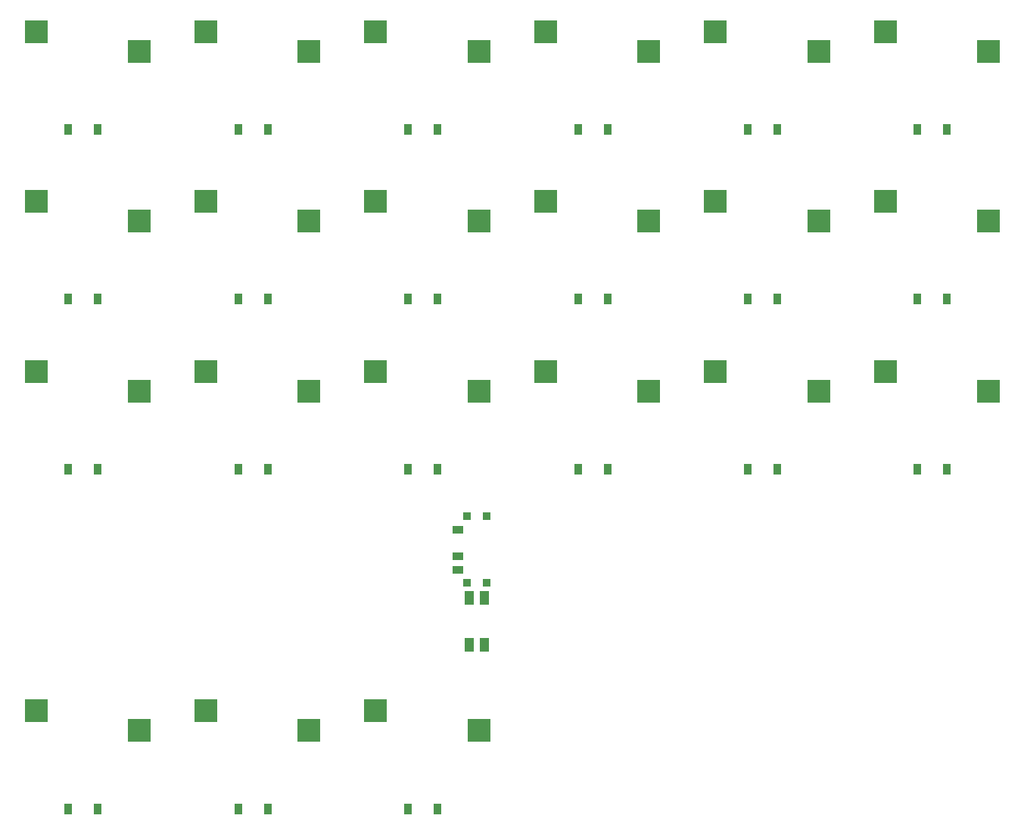
<source format=gbr>
%TF.GenerationSoftware,KiCad,Pcbnew,9.0.4*%
%TF.CreationDate,2025-09-30T09:08:11+02:00*%
%TF.ProjectId,right,72696768-742e-46b6-9963-61645f706362,v1.0.0*%
%TF.SameCoordinates,Original*%
%TF.FileFunction,Paste,Bot*%
%TF.FilePolarity,Positive*%
%FSLAX46Y46*%
G04 Gerber Fmt 4.6, Leading zero omitted, Abs format (unit mm)*
G04 Created by KiCad (PCBNEW 9.0.4) date 2025-09-30 09:08:11*
%MOMM*%
%LPD*%
G01*
G04 APERTURE LIST*
%ADD10R,2.600000X2.600000*%
%ADD11R,0.900000X1.200000*%
%ADD12R,1.000000X1.550000*%
%ADD13R,1.250000X0.900000*%
%ADD14R,0.900000X0.900000*%
G04 APERTURE END LIST*
D10*
%TO.C,S1*%
X96725000Y-144050000D03*
X108275000Y-146250000D03*
%TD*%
%TO.C,S2*%
X96725000Y-106050000D03*
X108275000Y-108250000D03*
%TD*%
%TO.C,S3*%
X96725000Y-87050000D03*
X108275000Y-89250000D03*
%TD*%
%TO.C,S4*%
X96725000Y-68050000D03*
X108275000Y-70250000D03*
%TD*%
%TO.C,S5*%
X115725000Y-144050000D03*
X127275000Y-146250000D03*
%TD*%
%TO.C,S6*%
X115725000Y-106050000D03*
X127275000Y-108250000D03*
%TD*%
%TO.C,S7*%
X115725000Y-87050000D03*
X127275000Y-89250000D03*
%TD*%
%TO.C,S8*%
X115725000Y-68050000D03*
X127275000Y-70250000D03*
%TD*%
%TO.C,S9*%
X134725000Y-144050000D03*
X146275000Y-146250000D03*
%TD*%
%TO.C,S10*%
X134725000Y-106050000D03*
X146275000Y-108250000D03*
%TD*%
%TO.C,S11*%
X134725000Y-87050000D03*
X146275000Y-89250000D03*
%TD*%
%TO.C,S12*%
X134725000Y-68050000D03*
X146275000Y-70250000D03*
%TD*%
%TO.C,S13*%
X153725000Y-106050000D03*
X165275000Y-108250000D03*
%TD*%
%TO.C,S14*%
X153725000Y-87050000D03*
X165275000Y-89250000D03*
%TD*%
%TO.C,S15*%
X153725000Y-68050000D03*
X165275000Y-70250000D03*
%TD*%
%TO.C,S16*%
X172725000Y-106050000D03*
X184275000Y-108250000D03*
%TD*%
%TO.C,S17*%
X172725000Y-87050000D03*
X184275000Y-89250000D03*
%TD*%
%TO.C,S18*%
X172725000Y-68050000D03*
X184275000Y-70250000D03*
%TD*%
%TO.C,S19*%
X191725000Y-106050000D03*
X203275000Y-108250000D03*
%TD*%
%TO.C,S20*%
X191725000Y-87050000D03*
X203275000Y-89250000D03*
%TD*%
%TO.C,S21*%
X191725000Y-68050000D03*
X203275000Y-70250000D03*
%TD*%
D11*
%TO.C,D1*%
X103650000Y-155000000D03*
X100350000Y-155000000D03*
%TD*%
%TO.C,D2*%
X103650000Y-117000000D03*
X100350000Y-117000000D03*
%TD*%
%TO.C,D3*%
X103650000Y-98000000D03*
X100350000Y-98000000D03*
%TD*%
%TO.C,D4*%
X103650000Y-79000000D03*
X100350000Y-79000000D03*
%TD*%
%TO.C,D5*%
X122650000Y-155000000D03*
X119350000Y-155000000D03*
%TD*%
%TO.C,D6*%
X122650000Y-117000000D03*
X119350000Y-117000000D03*
%TD*%
%TO.C,D7*%
X122650000Y-98000000D03*
X119350000Y-98000000D03*
%TD*%
%TO.C,D8*%
X122650000Y-79000000D03*
X119350000Y-79000000D03*
%TD*%
%TO.C,D9*%
X141650000Y-155000000D03*
X138350000Y-155000000D03*
%TD*%
%TO.C,D10*%
X141650000Y-117000000D03*
X138350000Y-117000000D03*
%TD*%
%TO.C,D11*%
X141650000Y-98000000D03*
X138350000Y-98000000D03*
%TD*%
%TO.C,D12*%
X141650000Y-79000000D03*
X138350000Y-79000000D03*
%TD*%
%TO.C,D13*%
X160650000Y-117000000D03*
X157350000Y-117000000D03*
%TD*%
%TO.C,D14*%
X160650000Y-98000000D03*
X157350000Y-98000000D03*
%TD*%
%TO.C,D15*%
X160650000Y-79000000D03*
X157350000Y-79000000D03*
%TD*%
%TO.C,D16*%
X179650000Y-117000000D03*
X176350000Y-117000000D03*
%TD*%
%TO.C,D17*%
X179650000Y-98000000D03*
X176350000Y-98000000D03*
%TD*%
%TO.C,D18*%
X179650000Y-79000000D03*
X176350000Y-79000000D03*
%TD*%
%TO.C,D19*%
X198650000Y-117000000D03*
X195350000Y-117000000D03*
%TD*%
%TO.C,D20*%
X198650000Y-98000000D03*
X195350000Y-98000000D03*
%TD*%
%TO.C,D21*%
X198650000Y-79000000D03*
X195350000Y-79000000D03*
%TD*%
D12*
%TO.C,B1*%
X146850000Y-131375000D03*
X146850000Y-136625000D03*
X145150000Y-131375000D03*
X145150000Y-136625000D03*
%TD*%
D13*
%TO.C,T1*%
X143925000Y-123750000D03*
X143925000Y-126750000D03*
X143925000Y-128250000D03*
D14*
X147100000Y-129700000D03*
X144900000Y-129700000D03*
X144900000Y-122300000D03*
X147100000Y-122300000D03*
%TD*%
M02*

</source>
